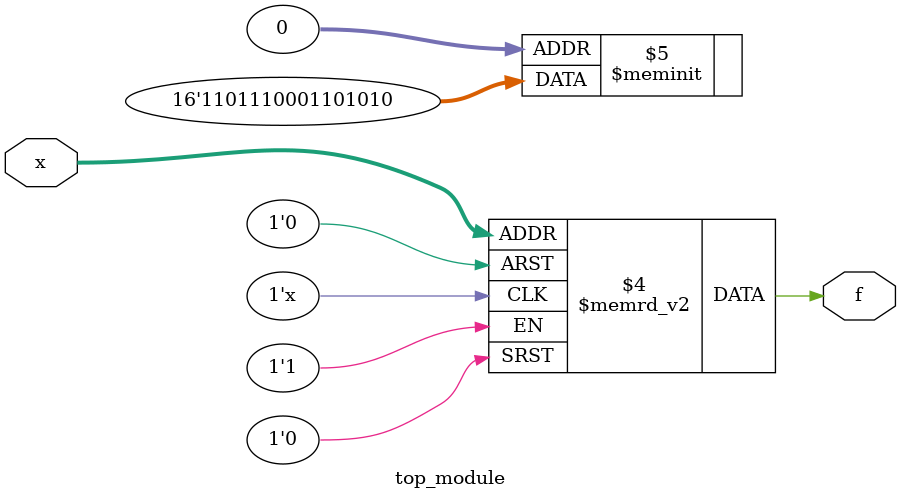
<source format=sv>
module top_module (
    input [4:1] x,
    output logic f
);

always_comb begin
    case (x)
        4'b0001, 4'b0011, 4'b1011, 4'b1111: f = 1'b1;
        4'b0101, 4'b0110, 4'b1010, 4'b1100, 4'b1110: f = 1'b1; // Don't care conditions
        default: f = 1'b0;
    endcase
end

endmodule

</source>
